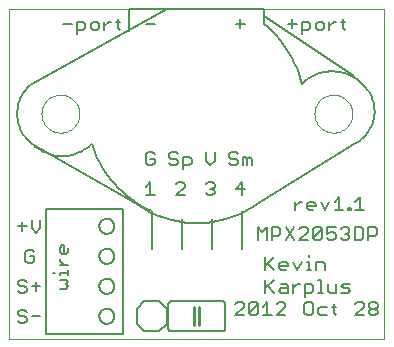
<source format=gto>
G75*
G70*
%OFA0B0*%
%FSLAX24Y24*%
%IPPOS*%
%LPD*%
%AMOC8*
5,1,8,0,0,1.08239X$1,22.5*
%
%ADD10C,0.0000*%
%ADD11C,0.0070*%
%ADD12C,0.0050*%
%ADD13C,0.0060*%
%ADD14C,0.0100*%
D10*
X000100Y000100D02*
X000100Y011100D01*
X012600Y011100D01*
X012600Y000100D01*
X000100Y000100D01*
X001170Y007600D02*
X001172Y007650D01*
X001178Y007700D01*
X001188Y007749D01*
X001202Y007797D01*
X001219Y007844D01*
X001240Y007889D01*
X001265Y007933D01*
X001293Y007974D01*
X001325Y008013D01*
X001359Y008050D01*
X001396Y008084D01*
X001436Y008114D01*
X001478Y008141D01*
X001522Y008165D01*
X001568Y008186D01*
X001615Y008202D01*
X001663Y008215D01*
X001713Y008224D01*
X001762Y008229D01*
X001813Y008230D01*
X001863Y008227D01*
X001912Y008220D01*
X001961Y008209D01*
X002009Y008194D01*
X002055Y008176D01*
X002100Y008154D01*
X002143Y008128D01*
X002184Y008099D01*
X002223Y008067D01*
X002259Y008032D01*
X002291Y007994D01*
X002321Y007954D01*
X002348Y007911D01*
X002371Y007867D01*
X002390Y007821D01*
X002406Y007773D01*
X002418Y007724D01*
X002426Y007675D01*
X002430Y007625D01*
X002430Y007575D01*
X002426Y007525D01*
X002418Y007476D01*
X002406Y007427D01*
X002390Y007379D01*
X002371Y007333D01*
X002348Y007289D01*
X002321Y007246D01*
X002291Y007206D01*
X002259Y007168D01*
X002223Y007133D01*
X002184Y007101D01*
X002143Y007072D01*
X002100Y007046D01*
X002055Y007024D01*
X002009Y007006D01*
X001961Y006991D01*
X001912Y006980D01*
X001863Y006973D01*
X001813Y006970D01*
X001762Y006971D01*
X001713Y006976D01*
X001663Y006985D01*
X001615Y006998D01*
X001568Y007014D01*
X001522Y007035D01*
X001478Y007059D01*
X001436Y007086D01*
X001396Y007116D01*
X001359Y007150D01*
X001325Y007187D01*
X001293Y007226D01*
X001265Y007267D01*
X001240Y007311D01*
X001219Y007356D01*
X001202Y007403D01*
X001188Y007451D01*
X001178Y007500D01*
X001172Y007550D01*
X001170Y007600D01*
X010270Y007600D02*
X010272Y007650D01*
X010278Y007700D01*
X010288Y007749D01*
X010302Y007797D01*
X010319Y007844D01*
X010340Y007889D01*
X010365Y007933D01*
X010393Y007974D01*
X010425Y008013D01*
X010459Y008050D01*
X010496Y008084D01*
X010536Y008114D01*
X010578Y008141D01*
X010622Y008165D01*
X010668Y008186D01*
X010715Y008202D01*
X010763Y008215D01*
X010813Y008224D01*
X010862Y008229D01*
X010913Y008230D01*
X010963Y008227D01*
X011012Y008220D01*
X011061Y008209D01*
X011109Y008194D01*
X011155Y008176D01*
X011200Y008154D01*
X011243Y008128D01*
X011284Y008099D01*
X011323Y008067D01*
X011359Y008032D01*
X011391Y007994D01*
X011421Y007954D01*
X011448Y007911D01*
X011471Y007867D01*
X011490Y007821D01*
X011506Y007773D01*
X011518Y007724D01*
X011526Y007675D01*
X011530Y007625D01*
X011530Y007575D01*
X011526Y007525D01*
X011518Y007476D01*
X011506Y007427D01*
X011490Y007379D01*
X011471Y007333D01*
X011448Y007289D01*
X011421Y007246D01*
X011391Y007206D01*
X011359Y007168D01*
X011323Y007133D01*
X011284Y007101D01*
X011243Y007072D01*
X011200Y007046D01*
X011155Y007024D01*
X011109Y007006D01*
X011061Y006991D01*
X011012Y006980D01*
X010963Y006973D01*
X010913Y006970D01*
X010862Y006971D01*
X010813Y006976D01*
X010763Y006985D01*
X010715Y006998D01*
X010668Y007014D01*
X010622Y007035D01*
X010578Y007059D01*
X010536Y007086D01*
X010496Y007116D01*
X010459Y007150D01*
X010425Y007187D01*
X010393Y007226D01*
X010365Y007267D01*
X010340Y007311D01*
X010319Y007356D01*
X010302Y007403D01*
X010288Y007451D01*
X010278Y007500D01*
X010272Y007550D01*
X010270Y007600D01*
D11*
X008172Y006100D02*
X008172Y005885D01*
X008028Y005885D02*
X008028Y006100D01*
X008100Y006172D01*
X008172Y006100D01*
X008028Y006100D02*
X007957Y006172D01*
X007885Y006172D01*
X007885Y005885D01*
X007712Y005957D02*
X007640Y005885D01*
X007496Y005885D01*
X007425Y005957D01*
X007496Y006100D02*
X007640Y006100D01*
X007712Y006028D01*
X007712Y005957D01*
X007496Y006100D02*
X007425Y006172D01*
X007425Y006244D01*
X007496Y006315D01*
X007640Y006315D01*
X007712Y006244D01*
X006942Y006315D02*
X006942Y006028D01*
X006798Y005885D01*
X006655Y006028D01*
X006655Y006315D01*
X006172Y006100D02*
X006172Y005957D01*
X006100Y005885D01*
X005885Y005885D01*
X005885Y005742D02*
X005885Y006172D01*
X006100Y006172D01*
X006172Y006100D01*
X005712Y006028D02*
X005712Y005957D01*
X005640Y005885D01*
X005496Y005885D01*
X005425Y005957D01*
X005496Y006100D02*
X005425Y006172D01*
X005425Y006244D01*
X005496Y006315D01*
X005640Y006315D01*
X005712Y006244D01*
X005640Y006100D02*
X005496Y006100D01*
X005640Y006100D02*
X005712Y006028D01*
X005727Y005315D02*
X005655Y005244D01*
X005727Y005315D02*
X005870Y005315D01*
X005942Y005244D01*
X005942Y005172D01*
X005655Y004885D01*
X005942Y004885D01*
X006655Y004957D02*
X006727Y004885D01*
X006870Y004885D01*
X006942Y004957D01*
X006942Y005028D01*
X006870Y005100D01*
X006798Y005100D01*
X006870Y005100D02*
X006942Y005172D01*
X006942Y005244D01*
X006870Y005315D01*
X006727Y005315D01*
X006655Y005244D01*
X007655Y005100D02*
X007942Y005100D01*
X007870Y004885D02*
X007870Y005315D01*
X007655Y005100D01*
X008385Y003815D02*
X008528Y003672D01*
X008672Y003815D01*
X008672Y003385D01*
X008845Y003385D02*
X008845Y003815D01*
X009061Y003815D01*
X009132Y003744D01*
X009132Y003600D01*
X009061Y003528D01*
X008845Y003528D01*
X009306Y003385D02*
X009593Y003815D01*
X009766Y003744D02*
X009838Y003815D01*
X009981Y003815D01*
X010053Y003744D01*
X010053Y003672D01*
X009766Y003385D01*
X010053Y003385D01*
X010227Y003457D02*
X010227Y003744D01*
X010298Y003815D01*
X010442Y003815D01*
X010513Y003744D01*
X010227Y003457D01*
X010298Y003385D01*
X010442Y003385D01*
X010513Y003457D01*
X010513Y003744D01*
X010687Y003815D02*
X010687Y003600D01*
X010830Y003672D01*
X010902Y003672D01*
X010974Y003600D01*
X010974Y003457D01*
X010902Y003385D01*
X010759Y003385D01*
X010687Y003457D01*
X010687Y003815D02*
X010974Y003815D01*
X011147Y003744D02*
X011219Y003815D01*
X011363Y003815D01*
X011434Y003744D01*
X011434Y003672D01*
X011363Y003600D01*
X011434Y003528D01*
X011434Y003457D01*
X011363Y003385D01*
X011219Y003385D01*
X011147Y003457D01*
X011291Y003600D02*
X011363Y003600D01*
X011608Y003815D02*
X011608Y003385D01*
X011823Y003385D01*
X011895Y003457D01*
X011895Y003744D01*
X011823Y003815D01*
X011608Y003815D01*
X011630Y004385D02*
X011917Y004385D01*
X011773Y004385D02*
X011773Y004815D01*
X011630Y004672D01*
X011472Y004457D02*
X011472Y004385D01*
X011400Y004385D01*
X011400Y004457D01*
X011472Y004457D01*
X011226Y004385D02*
X010939Y004385D01*
X011083Y004385D02*
X011083Y004815D01*
X010939Y004672D01*
X010766Y004672D02*
X010623Y004385D01*
X010479Y004672D01*
X010306Y004600D02*
X010306Y004528D01*
X010019Y004528D01*
X010019Y004457D02*
X010019Y004600D01*
X010090Y004672D01*
X010234Y004672D01*
X010306Y004600D01*
X010234Y004385D02*
X010090Y004385D01*
X010019Y004457D01*
X009850Y004672D02*
X009778Y004672D01*
X009635Y004528D01*
X009635Y004385D02*
X009635Y004672D01*
X009306Y003815D02*
X009593Y003385D01*
X010088Y002887D02*
X010088Y002815D01*
X010088Y002672D02*
X010088Y002385D01*
X010016Y002385D02*
X010160Y002385D01*
X010323Y002385D02*
X010323Y002672D01*
X010538Y002672D01*
X010610Y002600D01*
X010610Y002385D01*
X010472Y002065D02*
X010472Y001635D01*
X010543Y001635D02*
X010400Y001635D01*
X010226Y001707D02*
X010155Y001635D01*
X009939Y001635D01*
X009939Y001492D02*
X009939Y001922D01*
X010155Y001922D01*
X010226Y001850D01*
X010226Y001707D01*
X010400Y002065D02*
X010472Y002065D01*
X010707Y001922D02*
X010707Y001707D01*
X010778Y001635D01*
X010994Y001635D01*
X010994Y001922D01*
X011167Y001850D02*
X011239Y001778D01*
X011382Y001778D01*
X011454Y001707D01*
X011382Y001635D01*
X011167Y001635D01*
X011167Y001850D02*
X011239Y001922D01*
X011454Y001922D01*
X011697Y001315D02*
X011625Y001244D01*
X011697Y001315D02*
X011840Y001315D01*
X011912Y001244D01*
X011912Y001172D01*
X011625Y000885D01*
X011912Y000885D01*
X012085Y000957D02*
X012085Y001028D01*
X012157Y001100D01*
X012301Y001100D01*
X012372Y001028D01*
X012372Y000957D01*
X012301Y000885D01*
X012157Y000885D01*
X012085Y000957D01*
X012157Y001100D02*
X012085Y001172D01*
X012085Y001244D01*
X012157Y001315D01*
X012301Y001315D01*
X012372Y001244D01*
X012372Y001172D01*
X012301Y001100D01*
X011001Y001172D02*
X010858Y001172D01*
X010929Y001244D02*
X010929Y000957D01*
X011001Y000885D01*
X010684Y000885D02*
X010469Y000885D01*
X010397Y000957D01*
X010397Y001100D01*
X010469Y001172D01*
X010684Y001172D01*
X010224Y001244D02*
X010224Y000957D01*
X010152Y000885D01*
X010009Y000885D01*
X009937Y000957D01*
X009937Y001244D01*
X010009Y001315D01*
X010152Y001315D01*
X010224Y001244D01*
X009771Y001922D02*
X009699Y001922D01*
X009556Y001778D01*
X009556Y001635D02*
X009556Y001922D01*
X009382Y001850D02*
X009382Y001635D01*
X009167Y001635D01*
X009095Y001707D01*
X009167Y001778D01*
X009382Y001778D01*
X009382Y001850D02*
X009311Y001922D01*
X009167Y001922D01*
X008922Y002065D02*
X008635Y001778D01*
X008707Y001850D02*
X008922Y001635D01*
X008635Y001635D02*
X008635Y002065D01*
X008635Y002385D02*
X008635Y002815D01*
X008707Y002600D02*
X008922Y002385D01*
X009095Y002457D02*
X009095Y002600D01*
X009167Y002672D01*
X009311Y002672D01*
X009382Y002600D01*
X009382Y002528D01*
X009095Y002528D01*
X009095Y002457D02*
X009167Y002385D01*
X009311Y002385D01*
X009556Y002672D02*
X009699Y002385D01*
X009843Y002672D01*
X010016Y002672D02*
X010088Y002672D01*
X008922Y002815D02*
X008635Y002528D01*
X008385Y003385D02*
X008385Y003815D01*
X008311Y001315D02*
X008167Y001315D01*
X008095Y001244D01*
X008095Y000957D01*
X008382Y001244D01*
X008382Y000957D01*
X008311Y000885D01*
X008167Y000885D01*
X008095Y000957D01*
X007922Y000885D02*
X007635Y000885D01*
X007922Y001172D01*
X007922Y001244D01*
X007850Y001315D01*
X007707Y001315D01*
X007635Y001244D01*
X008311Y001315D02*
X008382Y001244D01*
X008556Y001172D02*
X008699Y001315D01*
X008699Y000885D01*
X008556Y000885D02*
X008843Y000885D01*
X009016Y000885D02*
X009303Y001172D01*
X009303Y001244D01*
X009231Y001315D01*
X009088Y001315D01*
X009016Y001244D01*
X009016Y000885D02*
X009303Y000885D01*
X012068Y003385D02*
X012068Y003815D01*
X012283Y003815D01*
X012355Y003744D01*
X012355Y003600D01*
X012283Y003528D01*
X012068Y003528D01*
X009845Y010242D02*
X009845Y010672D01*
X010061Y010672D01*
X010132Y010600D01*
X010132Y010457D01*
X010061Y010385D01*
X009845Y010385D01*
X009672Y010600D02*
X009385Y010600D01*
X009528Y010744D02*
X009528Y010457D01*
X010306Y010457D02*
X010378Y010385D01*
X010521Y010385D01*
X010593Y010457D01*
X010593Y010600D01*
X010521Y010672D01*
X010378Y010672D01*
X010306Y010600D01*
X010306Y010457D01*
X010766Y010528D02*
X010910Y010672D01*
X010981Y010672D01*
X010766Y010672D02*
X010766Y010385D01*
X011222Y010457D02*
X011293Y010385D01*
X011222Y010457D02*
X011222Y010744D01*
X011150Y010672D02*
X011293Y010672D01*
X007942Y010600D02*
X007655Y010600D01*
X007798Y010744D02*
X007798Y010457D01*
X004942Y010600D02*
X004655Y010600D01*
X003793Y010672D02*
X003650Y010672D01*
X003722Y010744D02*
X003722Y010457D01*
X003793Y010385D01*
X003481Y010672D02*
X003410Y010672D01*
X003266Y010528D01*
X003266Y010385D02*
X003266Y010672D01*
X003093Y010600D02*
X003021Y010672D01*
X002878Y010672D01*
X002806Y010600D01*
X002806Y010457D01*
X002878Y010385D01*
X003021Y010385D01*
X003093Y010457D01*
X003093Y010600D01*
X002632Y010600D02*
X002632Y010457D01*
X002561Y010385D01*
X002345Y010385D01*
X002345Y010242D02*
X002345Y010672D01*
X002561Y010672D01*
X002632Y010600D01*
X002172Y010600D02*
X001885Y010600D01*
X004727Y006315D02*
X004655Y006244D01*
X004655Y005957D01*
X004727Y005885D01*
X004870Y005885D01*
X004942Y005957D01*
X004942Y006100D01*
X004798Y006100D01*
X004942Y006244D02*
X004870Y006315D01*
X004727Y006315D01*
X004798Y005315D02*
X004798Y004885D01*
X004655Y004885D02*
X004942Y004885D01*
X004655Y005172D02*
X004798Y005315D01*
X002065Y003140D02*
X002065Y002996D01*
X001993Y002925D01*
X001850Y002925D01*
X001778Y002996D01*
X001778Y003140D01*
X001850Y003212D01*
X001922Y003212D01*
X001922Y002925D01*
X001778Y002756D02*
X001778Y002684D01*
X001922Y002541D01*
X002065Y002541D02*
X001778Y002541D01*
X001778Y002306D02*
X002065Y002306D01*
X002065Y002377D02*
X002065Y002234D01*
X001993Y002061D02*
X001778Y002061D01*
X001778Y002234D02*
X001778Y002306D01*
X001635Y002306D02*
X001563Y002306D01*
X001993Y002061D02*
X002065Y001989D01*
X001993Y001917D01*
X002065Y001845D01*
X001993Y001774D01*
X001778Y001774D01*
X001132Y001850D02*
X000845Y001850D01*
X000672Y001778D02*
X000672Y001707D01*
X000600Y001635D01*
X000457Y001635D01*
X000385Y001707D01*
X000457Y001850D02*
X000600Y001850D01*
X000672Y001778D01*
X000672Y001994D02*
X000600Y002065D01*
X000457Y002065D01*
X000385Y001994D01*
X000385Y001922D01*
X000457Y001850D01*
X000989Y001707D02*
X000989Y001994D01*
X000850Y002635D02*
X000707Y002635D01*
X000635Y002707D01*
X000635Y002994D01*
X000707Y003065D01*
X000850Y003065D01*
X000922Y002994D01*
X000922Y002850D02*
X000778Y002850D01*
X000922Y002850D02*
X000922Y002707D01*
X000850Y002635D01*
X000989Y003635D02*
X001132Y003778D01*
X001132Y004065D01*
X000845Y004065D02*
X000845Y003778D01*
X000989Y003635D01*
X000672Y003850D02*
X000385Y003850D01*
X000528Y003994D02*
X000528Y003707D01*
X000457Y001065D02*
X000385Y000994D01*
X000385Y000922D01*
X000457Y000850D01*
X000600Y000850D01*
X000672Y000778D01*
X000672Y000707D01*
X000600Y000635D01*
X000457Y000635D01*
X000385Y000707D01*
X000457Y001065D02*
X000600Y001065D01*
X000672Y000994D01*
X000845Y000850D02*
X001132Y000850D01*
D12*
X001320Y000260D02*
X001320Y004440D01*
X003880Y004440D01*
X003880Y000260D01*
X001320Y000260D01*
X003100Y000850D02*
X003102Y000881D01*
X003108Y000912D01*
X003118Y000942D01*
X003131Y000970D01*
X003148Y000997D01*
X003168Y001021D01*
X003191Y001043D01*
X003216Y001061D01*
X003244Y001076D01*
X003273Y001088D01*
X003303Y001096D01*
X003334Y001100D01*
X003366Y001100D01*
X003397Y001096D01*
X003427Y001088D01*
X003456Y001076D01*
X003484Y001061D01*
X003509Y001043D01*
X003532Y001021D01*
X003552Y000997D01*
X003569Y000970D01*
X003582Y000942D01*
X003592Y000912D01*
X003598Y000881D01*
X003600Y000850D01*
X003598Y000819D01*
X003592Y000788D01*
X003582Y000758D01*
X003569Y000730D01*
X003552Y000703D01*
X003532Y000679D01*
X003509Y000657D01*
X003484Y000639D01*
X003456Y000624D01*
X003427Y000612D01*
X003397Y000604D01*
X003366Y000600D01*
X003334Y000600D01*
X003303Y000604D01*
X003273Y000612D01*
X003244Y000624D01*
X003216Y000639D01*
X003191Y000657D01*
X003168Y000679D01*
X003148Y000703D01*
X003131Y000730D01*
X003118Y000758D01*
X003108Y000788D01*
X003102Y000819D01*
X003100Y000850D01*
X003100Y001850D02*
X003102Y001881D01*
X003108Y001912D01*
X003118Y001942D01*
X003131Y001970D01*
X003148Y001997D01*
X003168Y002021D01*
X003191Y002043D01*
X003216Y002061D01*
X003244Y002076D01*
X003273Y002088D01*
X003303Y002096D01*
X003334Y002100D01*
X003366Y002100D01*
X003397Y002096D01*
X003427Y002088D01*
X003456Y002076D01*
X003484Y002061D01*
X003509Y002043D01*
X003532Y002021D01*
X003552Y001997D01*
X003569Y001970D01*
X003582Y001942D01*
X003592Y001912D01*
X003598Y001881D01*
X003600Y001850D01*
X003598Y001819D01*
X003592Y001788D01*
X003582Y001758D01*
X003569Y001730D01*
X003552Y001703D01*
X003532Y001679D01*
X003509Y001657D01*
X003484Y001639D01*
X003456Y001624D01*
X003427Y001612D01*
X003397Y001604D01*
X003366Y001600D01*
X003334Y001600D01*
X003303Y001604D01*
X003273Y001612D01*
X003244Y001624D01*
X003216Y001639D01*
X003191Y001657D01*
X003168Y001679D01*
X003148Y001703D01*
X003131Y001730D01*
X003118Y001758D01*
X003108Y001788D01*
X003102Y001819D01*
X003100Y001850D01*
X003100Y002850D02*
X003102Y002881D01*
X003108Y002912D01*
X003118Y002942D01*
X003131Y002970D01*
X003148Y002997D01*
X003168Y003021D01*
X003191Y003043D01*
X003216Y003061D01*
X003244Y003076D01*
X003273Y003088D01*
X003303Y003096D01*
X003334Y003100D01*
X003366Y003100D01*
X003397Y003096D01*
X003427Y003088D01*
X003456Y003076D01*
X003484Y003061D01*
X003509Y003043D01*
X003532Y003021D01*
X003552Y002997D01*
X003569Y002970D01*
X003582Y002942D01*
X003592Y002912D01*
X003598Y002881D01*
X003600Y002850D01*
X003598Y002819D01*
X003592Y002788D01*
X003582Y002758D01*
X003569Y002730D01*
X003552Y002703D01*
X003532Y002679D01*
X003509Y002657D01*
X003484Y002639D01*
X003456Y002624D01*
X003427Y002612D01*
X003397Y002604D01*
X003366Y002600D01*
X003334Y002600D01*
X003303Y002604D01*
X003273Y002612D01*
X003244Y002624D01*
X003216Y002639D01*
X003191Y002657D01*
X003168Y002679D01*
X003148Y002703D01*
X003131Y002730D01*
X003118Y002758D01*
X003108Y002788D01*
X003102Y002819D01*
X003100Y002850D01*
X003100Y003850D02*
X003102Y003881D01*
X003108Y003912D01*
X003118Y003942D01*
X003131Y003970D01*
X003148Y003997D01*
X003168Y004021D01*
X003191Y004043D01*
X003216Y004061D01*
X003244Y004076D01*
X003273Y004088D01*
X003303Y004096D01*
X003334Y004100D01*
X003366Y004100D01*
X003397Y004096D01*
X003427Y004088D01*
X003456Y004076D01*
X003484Y004061D01*
X003509Y004043D01*
X003532Y004021D01*
X003552Y003997D01*
X003569Y003970D01*
X003582Y003942D01*
X003592Y003912D01*
X003598Y003881D01*
X003600Y003850D01*
X003598Y003819D01*
X003592Y003788D01*
X003582Y003758D01*
X003569Y003730D01*
X003552Y003703D01*
X003532Y003679D01*
X003509Y003657D01*
X003484Y003639D01*
X003456Y003624D01*
X003427Y003612D01*
X003397Y003604D01*
X003366Y003600D01*
X003334Y003600D01*
X003303Y003604D01*
X003273Y003612D01*
X003244Y003624D01*
X003216Y003639D01*
X003191Y003657D01*
X003168Y003679D01*
X003148Y003703D01*
X003131Y003730D01*
X003118Y003758D01*
X003108Y003788D01*
X003102Y003819D01*
X003100Y003850D01*
X004350Y004600D02*
X000850Y006600D01*
X000796Y006644D01*
X000745Y006692D01*
X000696Y006742D01*
X000651Y006794D01*
X000608Y006850D01*
X000568Y006907D01*
X000531Y006966D01*
X000498Y007028D01*
X000469Y007091D01*
X000442Y007156D01*
X000420Y007222D01*
X000401Y007289D01*
X000385Y007357D01*
X000374Y007426D01*
X000366Y007495D01*
X000362Y007565D01*
X000362Y007635D01*
X000366Y007705D01*
X000374Y007774D01*
X000385Y007843D01*
X000401Y007911D01*
X000420Y007978D01*
X000442Y008044D01*
X000469Y008109D01*
X000498Y008172D01*
X000531Y008234D01*
X000568Y008293D01*
X000608Y008350D01*
X000651Y008406D01*
X000696Y008458D01*
X000745Y008508D01*
X000796Y008556D01*
X000850Y008600D01*
X005350Y011100D01*
X004350Y011100D01*
X004100Y011100D01*
X004100Y010350D01*
X005350Y011100D02*
X007350Y011100D01*
X008350Y011100D01*
X008600Y011100D01*
X008600Y010850D01*
X011600Y008850D01*
X011850Y008599D02*
X011901Y008554D01*
X011949Y008505D01*
X011994Y008454D01*
X012036Y008401D01*
X012075Y008345D01*
X012111Y008287D01*
X012143Y008227D01*
X012172Y008165D01*
X012198Y008102D01*
X012219Y008038D01*
X012238Y007972D01*
X012252Y007905D01*
X012263Y007838D01*
X012270Y007770D01*
X012273Y007702D01*
X012272Y007634D01*
X012267Y007566D01*
X012259Y007499D01*
X012247Y007432D01*
X012231Y007365D01*
X012211Y007300D01*
X012188Y007236D01*
X012161Y007174D01*
X012130Y007113D01*
X012096Y007053D01*
X012059Y006996D01*
X012019Y006941D01*
X011976Y006889D01*
X011930Y006839D01*
X011881Y006791D01*
X011829Y006747D01*
X011775Y006705D01*
X011719Y006667D01*
X011661Y006632D01*
X011600Y006600D01*
X008350Y004600D01*
X007850Y004350D02*
X007850Y003100D01*
X006850Y003100D02*
X006850Y004100D01*
X005850Y004100D02*
X005850Y003100D01*
X004850Y003100D02*
X004850Y004350D01*
X004350Y004600D02*
X004486Y004507D01*
X004625Y004420D01*
X004769Y004340D01*
X004916Y004267D01*
X005067Y004201D01*
X005221Y004143D01*
X005377Y004092D01*
X005536Y004049D01*
X005696Y004013D01*
X005858Y003986D01*
X006022Y003966D01*
X006186Y003954D01*
X006350Y003950D01*
X006514Y003954D01*
X006678Y003966D01*
X006842Y003986D01*
X007004Y004013D01*
X007164Y004049D01*
X007323Y004092D01*
X007479Y004143D01*
X007633Y004201D01*
X007784Y004267D01*
X007931Y004340D01*
X008075Y004420D01*
X008214Y004507D01*
X008350Y004600D01*
X009850Y008600D02*
X009904Y008651D01*
X009960Y008699D01*
X010019Y008744D01*
X010080Y008786D01*
X010143Y008825D01*
X010208Y008860D01*
X010275Y008892D01*
X010343Y008920D01*
X010413Y008945D01*
X010484Y008966D01*
X010556Y008983D01*
X010629Y008997D01*
X010702Y009006D01*
X010776Y009012D01*
X010850Y009014D01*
X010924Y009012D01*
X010998Y009006D01*
X011071Y008997D01*
X011144Y008983D01*
X011216Y008966D01*
X011287Y008945D01*
X011357Y008920D01*
X011425Y008892D01*
X011492Y008860D01*
X011557Y008825D01*
X011620Y008786D01*
X011681Y008744D01*
X011740Y008699D01*
X011796Y008651D01*
X011850Y008600D01*
X008600Y010600D02*
X008600Y010850D01*
X002851Y006600D02*
X002905Y006436D01*
X002967Y006275D01*
X003037Y006118D01*
X003114Y005963D01*
X003198Y005813D01*
X003290Y005667D01*
X003388Y005525D01*
X003493Y005388D01*
X003605Y005257D01*
X003722Y005131D01*
X003846Y005010D01*
X003975Y004896D01*
X004110Y004788D01*
X004249Y004686D01*
X004393Y004592D01*
X004542Y004504D01*
X004694Y004423D01*
X004850Y004350D01*
X009850Y008600D02*
X009800Y008777D01*
X009741Y008952D01*
X009675Y009123D01*
X009600Y009292D01*
X009517Y009457D01*
X009427Y009617D01*
X009329Y009773D01*
X009225Y009925D01*
X009113Y010071D01*
X008994Y010212D01*
X008869Y010347D01*
X008737Y010477D01*
X008600Y010599D01*
X002850Y006600D02*
X002796Y006549D01*
X002740Y006501D01*
X002681Y006456D01*
X002620Y006414D01*
X002557Y006375D01*
X002492Y006340D01*
X002425Y006308D01*
X002357Y006280D01*
X002287Y006255D01*
X002216Y006234D01*
X002144Y006217D01*
X002071Y006203D01*
X001998Y006194D01*
X001924Y006188D01*
X001850Y006186D01*
X001776Y006188D01*
X001702Y006194D01*
X001629Y006203D01*
X001556Y006217D01*
X001484Y006234D01*
X001413Y006255D01*
X001343Y006280D01*
X001275Y006308D01*
X001208Y006340D01*
X001143Y006375D01*
X001080Y006414D01*
X001019Y006456D01*
X000960Y006501D01*
X000904Y006549D01*
X000850Y006600D01*
D13*
X004600Y001350D02*
X004350Y001100D01*
X004350Y000600D01*
X004600Y000350D01*
X005100Y000350D01*
X005350Y000600D01*
X005350Y001100D01*
X005100Y001350D01*
X004600Y001350D01*
X005400Y001250D02*
X005400Y000450D01*
X005402Y000433D01*
X005406Y000416D01*
X005413Y000400D01*
X005423Y000386D01*
X005436Y000373D01*
X005450Y000363D01*
X005466Y000356D01*
X005483Y000352D01*
X005500Y000350D01*
X007200Y000350D01*
X007217Y000352D01*
X007234Y000356D01*
X007250Y000363D01*
X007264Y000373D01*
X007277Y000386D01*
X007287Y000400D01*
X007294Y000416D01*
X007298Y000433D01*
X007300Y000450D01*
X007300Y001250D01*
X007298Y001267D01*
X007294Y001284D01*
X007287Y001300D01*
X007277Y001314D01*
X007264Y001327D01*
X007250Y001337D01*
X007234Y001344D01*
X007217Y001348D01*
X007200Y001350D01*
X005500Y001350D01*
X005483Y001348D01*
X005466Y001344D01*
X005450Y001337D01*
X005436Y001327D01*
X005423Y001314D01*
X005413Y001300D01*
X005406Y001284D01*
X005402Y001267D01*
X005400Y001250D01*
D14*
X006270Y001150D02*
X006270Y000550D01*
X006430Y000550D02*
X006430Y001150D01*
M02*

</source>
